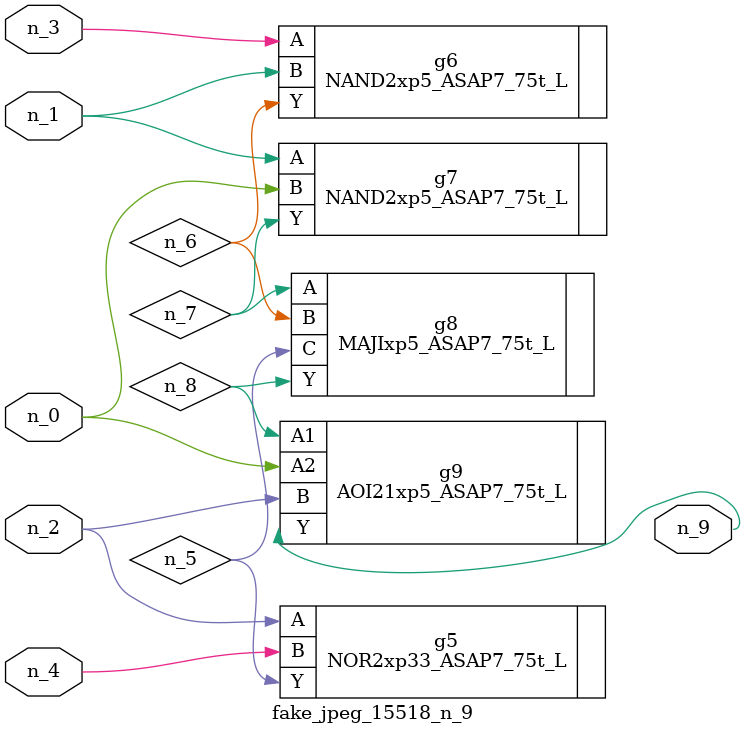
<source format=v>
module fake_jpeg_15518_n_9 (n_3, n_2, n_1, n_0, n_4, n_9);

input n_3;
input n_2;
input n_1;
input n_0;
input n_4;

output n_9;

wire n_8;
wire n_6;
wire n_5;
wire n_7;

NOR2xp33_ASAP7_75t_L g5 ( 
.A(n_2),
.B(n_4),
.Y(n_5)
);

NAND2xp5_ASAP7_75t_L g6 ( 
.A(n_3),
.B(n_1),
.Y(n_6)
);

NAND2xp5_ASAP7_75t_L g7 ( 
.A(n_1),
.B(n_0),
.Y(n_7)
);

MAJIxp5_ASAP7_75t_L g8 ( 
.A(n_7),
.B(n_6),
.C(n_5),
.Y(n_8)
);

AOI21xp5_ASAP7_75t_L g9 ( 
.A1(n_8),
.A2(n_0),
.B(n_2),
.Y(n_9)
);


endmodule
</source>
